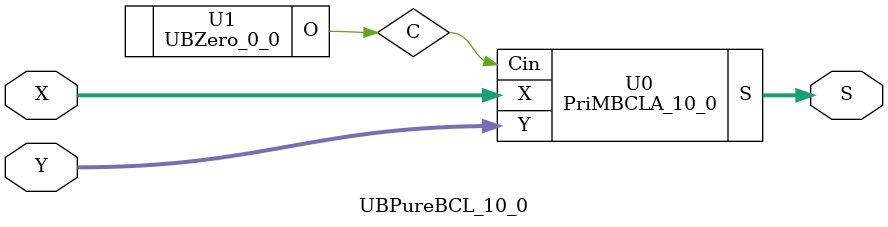
<source format=v>
/*----------------------------------------------------------------------------
  Copyright (c) 2021 Homma laboratory. All rights reserved.

  Top module: UBBCL_10_0_10_0

  Operand-1 length: 11
  Operand-2 length: 11
  Two-operand addition algorithm: Block carry look-ahead adder
----------------------------------------------------------------------------*/

module GPGenerator(Go, Po, A, B);
  output Go;
  output Po;
  input A;
  input B;
  assign Go = A & B;
  assign Po = A ^ B;
endmodule

module BCLAU_4(Go, Po, G, P, Cin);
  output Go;
  output Po;
  input Cin;
  input [3:0] G;
  input [3:0] P;
  assign Po = P[0] & P[1] & P[2] & P[3];
  assign Go = G[3] | ( P[3] & G[2] ) | ( P[3] & P[2] & G[1] ) | ( P[3] & P[2] & P[1] & G[0] );
endmodule

module BCLAlU_4(Go, Po, S, X, Y, Cin);
  output Go;
  output Po;
  output [3:0] S;
  input Cin;
  input [3:0] X;
  input [3:0] Y;
  wire [3:1] C;
  wire [3:0] G;
  wire [3:0] P;
  assign C[1] = G[0] | ( P[0] & Cin );
  assign C[2] = G[1] | ( P[1] & C[1] );
  assign C[3] = G[2] | ( P[2] & C[2] );
  assign S[0] = P[0] ^ Cin;
  assign S[1] = P[1] ^ C[1];
  assign S[2] = P[2] ^ C[2];
  assign S[3] = P[3] ^ C[3];
  GPGenerator U0 (G[0], P[0], X[0], Y[0]);
  GPGenerator U1 (G[1], P[1], X[1], Y[1]);
  GPGenerator U2 (G[2], P[2], X[2], Y[2]);
  GPGenerator U3 (G[3], P[3], X[3], Y[3]);
  BCLAU_4 U4 (Go, Po, G, P, Cin);
endmodule

module BCLAU_3(Go, Po, G, P, Cin);
  output Go;
  output Po;
  input Cin;
  input [2:0] G;
  input [2:0] P;
  assign Po = P[0] & P[1] & P[2];
  assign Go = G[2] | ( P[2] & G[1] ) | ( P[2] & P[1] & G[0] );
endmodule

module BCLAlU_3(Go, Po, S, X, Y, Cin);
  output Go;
  output Po;
  output [2:0] S;
  input Cin;
  input [2:0] X;
  input [2:0] Y;
  wire [2:1] C;
  wire [2:0] G;
  wire [2:0] P;
  assign C[1] = G[0] | ( P[0] & Cin );
  assign C[2] = G[1] | ( P[1] & C[1] );
  assign S[0] = P[0] ^ Cin;
  assign S[1] = P[1] ^ C[1];
  assign S[2] = P[2] ^ C[2];
  GPGenerator U0 (G[0], P[0], X[0], Y[0]);
  GPGenerator U1 (G[1], P[1], X[1], Y[1]);
  GPGenerator U2 (G[2], P[2], X[2], Y[2]);
  BCLAU_3 U3 (Go, Po, G, P, Cin);
endmodule

module PriMBCLA_10_0(S, X, Y, Cin);
  output [11:0] S;
  input Cin;
  input [10:0] X;
  input [10:0] Y;
  wire [2:0] C1;
  wire [2:0] G1;
  wire [2:0] P1;
  assign C1[0] = Cin;
  assign C1[1] = G1[0] | ( P1[0] & C1[0] );
  assign C1[2] = G1[1] | ( P1[1] & C1[1] );
  assign S[11] = G1[2] | ( P1[2] & C1[2] );
  BCLAlU_4 U0 (G1[0], P1[0], S[3:0], X[3:0], Y[3:0], C1[0]);
  BCLAlU_4 U1 (G1[1], P1[1], S[7:4], X[7:4], Y[7:4], C1[1]);
  BCLAlU_3 U2 (G1[2], P1[2], S[10:8], X[10:8], Y[10:8], C1[2]);
endmodule

module UBZero_0_0(O);
  output [0:0] O;
  assign O[0] = 0;
endmodule

module UBBCL_10_0_10_0 (S, X, Y);
  output [11:0] S;
  input [10:0] X;
  input [10:0] Y;
  UBPureBCL_10_0 U0 (S[11:0], X[10:0], Y[10:0]);
endmodule

module UBPureBCL_10_0 (S, X, Y);
  output [11:0] S;
  input [10:0] X;
  input [10:0] Y;
  wire C;
  PriMBCLA_10_0 U0 (S, X, Y, C);
  UBZero_0_0 U1 (C);
endmodule


</source>
